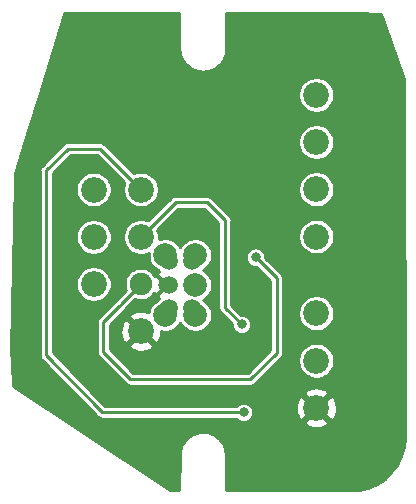
<source format=gbl>
G04 #@! TF.GenerationSoftware,KiCad,Pcbnew,(5.1.5-0-10_14)*
G04 #@! TF.CreationDate,2020-11-03T15:19:22-05:00*
G04 #@! TF.ProjectId,FC_Rear_Port_2P,46435f52-6561-4725-9f50-6f72745f3250,rev?*
G04 #@! TF.SameCoordinates,Original*
G04 #@! TF.FileFunction,Copper,L2,Bot*
G04 #@! TF.FilePolarity,Positive*
%FSLAX46Y46*%
G04 Gerber Fmt 4.6, Leading zero omitted, Abs format (unit mm)*
G04 Created by KiCad (PCBNEW (5.1.5-0-10_14)) date 2020-11-03 15:19:22*
%MOMM*%
%LPD*%
G04 APERTURE LIST*
%ADD10C,1.500000*%
%ADD11C,2.180000*%
%ADD12C,1.900000*%
%ADD13C,2.000000*%
%ADD14C,1.200000*%
%ADD15C,0.800000*%
%ADD16C,0.250000*%
%ADD17C,0.254000*%
G04 APERTURE END LIST*
D10*
X154450000Y-94100000D03*
X154450000Y-96100000D03*
X154450000Y-98100000D03*
X156450000Y-98100000D03*
X156450000Y-96100000D03*
X156450000Y-94100000D03*
D11*
X152100000Y-100040000D03*
D12*
X152100000Y-96040000D03*
D11*
X152100000Y-92040000D03*
X152100000Y-88040000D03*
X148100000Y-88040000D03*
X148100000Y-92040000D03*
X148100000Y-96040000D03*
X166960000Y-80020000D03*
X166960000Y-84020000D03*
X166960000Y-88020000D03*
X166960000Y-92020000D03*
X166960000Y-98520000D03*
X166960000Y-102520000D03*
X166960000Y-106520000D03*
D13*
X154180000Y-93560000D03*
D14*
X154180000Y-96100000D03*
D13*
X154180000Y-98640000D03*
X156720000Y-98640000D03*
X156720000Y-96100000D03*
X156720000Y-93560000D03*
D15*
X162435540Y-82085180D03*
X164853620Y-85986620D03*
X162270440Y-90327480D03*
X165140640Y-93934280D03*
X158589980Y-100436680D03*
X147223480Y-85785960D03*
X150162260Y-94104460D03*
X146476720Y-99979480D03*
X150017480Y-105216960D03*
X142547340Y-95051880D03*
X144246600Y-83370420D03*
X148623020Y-108290360D03*
X172260260Y-82202020D03*
X172552360Y-94109540D03*
X149994620Y-89964260D03*
X156270960Y-90751660D03*
X154665680Y-84942680D03*
X159743140Y-88239600D03*
X161820860Y-93761560D03*
X160642300Y-99461320D03*
X160794700Y-106903520D03*
D16*
X156003493Y-96108001D02*
X155953001Y-96108001D01*
X150381002Y-97758998D02*
X150381002Y-97776998D01*
X150381002Y-97776998D02*
X150224490Y-97933510D01*
X152100000Y-96040000D02*
X150381002Y-97758998D01*
X163601400Y-95542100D02*
X161820860Y-93761560D01*
X148912580Y-101785420D02*
X151223980Y-104096820D01*
X161383980Y-104096820D02*
X163601400Y-101879400D01*
X163601400Y-101879400D02*
X163601400Y-95542100D01*
X151223980Y-104096820D02*
X161383980Y-104096820D01*
X148912580Y-99245420D02*
X148912580Y-101785420D01*
X150224490Y-97933510D02*
X148912580Y-99245420D01*
X156718000Y-99175001D02*
X156191000Y-99175001D01*
X152870746Y-91269254D02*
X152100000Y-92040000D01*
X159222440Y-98041460D02*
X160642300Y-99461320D01*
X157688280Y-89103200D02*
X159222440Y-90637360D01*
X159222440Y-90637360D02*
X159222440Y-98041460D01*
X155036800Y-89103200D02*
X157688280Y-89103200D01*
X152100000Y-92040000D02*
X155036800Y-89103200D01*
X148838920Y-106903520D02*
X148719540Y-106784140D01*
X160708340Y-106903520D02*
X148838920Y-106903520D01*
X148912580Y-106885740D02*
X148719540Y-106784140D01*
X151010001Y-86950001D02*
X152100000Y-88040000D01*
X145928080Y-84566760D02*
X148626760Y-84566760D01*
X144073880Y-86420960D02*
X145928080Y-84566760D01*
X148719540Y-106784140D02*
X144073880Y-102047040D01*
X148626760Y-84566760D02*
X151010001Y-86950001D01*
X144073880Y-102047040D02*
X144073880Y-86420960D01*
D17*
G36*
X155368054Y-76108352D02*
G01*
X155369808Y-76125627D01*
X155369808Y-76137106D01*
X155370322Y-76141994D01*
X155405781Y-76458115D01*
X155412407Y-76489289D01*
X155418610Y-76520617D01*
X155420064Y-76525312D01*
X155516249Y-76828526D01*
X155528797Y-76857801D01*
X155540974Y-76887346D01*
X155543312Y-76891669D01*
X155696559Y-77170425D01*
X155714560Y-77196715D01*
X155732238Y-77223322D01*
X155735371Y-77227109D01*
X155939844Y-77470791D01*
X155962607Y-77493082D01*
X155985118Y-77515751D01*
X155988927Y-77518857D01*
X156236837Y-77718182D01*
X156263511Y-77735637D01*
X156289982Y-77753492D01*
X156294322Y-77755799D01*
X156576227Y-77903175D01*
X156605793Y-77915120D01*
X156635217Y-77927489D01*
X156639923Y-77928909D01*
X156945083Y-78018723D01*
X156976397Y-78024697D01*
X157007674Y-78031117D01*
X157012562Y-78031596D01*
X157012566Y-78031596D01*
X157329361Y-78060426D01*
X157361192Y-78060204D01*
X157393166Y-78060427D01*
X157398057Y-78059947D01*
X157714419Y-78026696D01*
X157745692Y-78020276D01*
X157777007Y-78014303D01*
X157781713Y-78012882D01*
X158085590Y-77918817D01*
X158114990Y-77906459D01*
X158144581Y-77894503D01*
X158148916Y-77892198D01*
X158148920Y-77892196D01*
X158148923Y-77892194D01*
X158428740Y-77740897D01*
X158455144Y-77723088D01*
X158481886Y-77705588D01*
X158485694Y-77702482D01*
X158730798Y-77499714D01*
X158753237Y-77477118D01*
X158776072Y-77454756D01*
X158779205Y-77450968D01*
X158980256Y-77204455D01*
X158997908Y-77177886D01*
X159015935Y-77151558D01*
X159018273Y-77147234D01*
X159167613Y-76866366D01*
X159179763Y-76836888D01*
X159192338Y-76807547D01*
X159193791Y-76802852D01*
X159285734Y-76498325D01*
X159291927Y-76467049D01*
X159298565Y-76435822D01*
X159299078Y-76430934D01*
X159330119Y-76114349D01*
X159330119Y-76114341D01*
X159331797Y-76097313D01*
X159331978Y-73122000D01*
X170757523Y-73122000D01*
X172113839Y-73141516D01*
X172455840Y-73207516D01*
X174408040Y-78690904D01*
X174427834Y-109042973D01*
X174349146Y-109849199D01*
X174132782Y-110615114D01*
X173784205Y-111330609D01*
X173314431Y-111973075D01*
X172738315Y-112522193D01*
X172074065Y-112960609D01*
X171342670Y-113274471D01*
X170564008Y-113454604D01*
X169927676Y-113498023D01*
X159329888Y-113517362D01*
X159311889Y-110520595D01*
X159311823Y-110519968D01*
X159311298Y-110465542D01*
X159309300Y-110447010D01*
X159308969Y-110428377D01*
X159308369Y-110423499D01*
X159267802Y-110111887D01*
X159260620Y-110080822D01*
X159253865Y-110049624D01*
X159252328Y-110044956D01*
X159152009Y-109747158D01*
X159138937Y-109718095D01*
X159126243Y-109688785D01*
X159123829Y-109684504D01*
X158967576Y-109411864D01*
X158949111Y-109385897D01*
X158930964Y-109359609D01*
X158927764Y-109355878D01*
X158721532Y-109118779D01*
X158698347Y-109096867D01*
X158675467Y-109074631D01*
X158671604Y-109071593D01*
X158423247Y-108879067D01*
X158396275Y-108862093D01*
X158369484Y-108844706D01*
X158365104Y-108842476D01*
X158084080Y-108701856D01*
X158054310Y-108690439D01*
X158024667Y-108678593D01*
X158019937Y-108677256D01*
X157716954Y-108593899D01*
X157685539Y-108588483D01*
X157654155Y-108582619D01*
X157649255Y-108582227D01*
X157335851Y-108559307D01*
X157304005Y-108560095D01*
X157272057Y-108560439D01*
X157267174Y-108561006D01*
X156955287Y-108599396D01*
X156924182Y-108606359D01*
X156892927Y-108612898D01*
X156888248Y-108614402D01*
X156589757Y-108712640D01*
X156560604Y-108725508D01*
X156531207Y-108737997D01*
X156526909Y-108740382D01*
X156253183Y-108894727D01*
X156227064Y-108913028D01*
X156200674Y-108930974D01*
X156196921Y-108934148D01*
X155958388Y-109138719D01*
X155936308Y-109161758D01*
X155913919Y-109184475D01*
X155910859Y-109188312D01*
X155910854Y-109188317D01*
X155910851Y-109188322D01*
X155716599Y-109435325D01*
X155699429Y-109462191D01*
X155681864Y-109488846D01*
X155679607Y-109493206D01*
X155679604Y-109493210D01*
X155679604Y-109493211D01*
X155537026Y-109773244D01*
X155525409Y-109802914D01*
X155513348Y-109832493D01*
X155511978Y-109837214D01*
X155426508Y-110139609D01*
X155420876Y-110170965D01*
X155414790Y-110202327D01*
X155414363Y-110207224D01*
X155389635Y-110515719D01*
X155388302Y-110528101D01*
X155361179Y-113518000D01*
X154904943Y-113518000D01*
X154539536Y-113486901D01*
X141303661Y-104709012D01*
X141279285Y-104621958D01*
X141171739Y-102715465D01*
X141142097Y-101589060D01*
X141441798Y-87293304D01*
X141479148Y-86611671D01*
X141537080Y-86420960D01*
X143519210Y-86420960D01*
X143521881Y-86448076D01*
X143521880Y-102017240D01*
X143519237Y-102041635D01*
X143521880Y-102071445D01*
X143521880Y-102074148D01*
X143524282Y-102098532D01*
X143528840Y-102149944D01*
X143529602Y-102152546D01*
X143529868Y-102155250D01*
X143544880Y-102204736D01*
X143559388Y-102254298D01*
X143560644Y-102256703D01*
X143561432Y-102259302D01*
X143585811Y-102304912D01*
X143609708Y-102350688D01*
X143611408Y-102352801D01*
X143612689Y-102355198D01*
X143645524Y-102395207D01*
X143660791Y-102414185D01*
X143662673Y-102416104D01*
X143681669Y-102439251D01*
X143700648Y-102454827D01*
X148290520Y-107135043D01*
X148293034Y-107138753D01*
X148328458Y-107173727D01*
X148344412Y-107189995D01*
X148346492Y-107191736D01*
X148429423Y-107274668D01*
X148446709Y-107295731D01*
X148530762Y-107364711D01*
X148626657Y-107415968D01*
X148699534Y-107438075D01*
X148730709Y-107447532D01*
X148838920Y-107458190D01*
X148866028Y-107455520D01*
X160177147Y-107455520D01*
X160267519Y-107545892D01*
X160402969Y-107636397D01*
X160553473Y-107698738D01*
X160713248Y-107730520D01*
X160876152Y-107730520D01*
X160931134Y-107719583D01*
X165940022Y-107719583D01*
X166046648Y-107993187D01*
X166351602Y-108143066D01*
X166679938Y-108230572D01*
X167019035Y-108252341D01*
X167355864Y-108207537D01*
X167677479Y-108097883D01*
X167873352Y-107993187D01*
X167979978Y-107719583D01*
X166960000Y-106699605D01*
X165940022Y-107719583D01*
X160931134Y-107719583D01*
X161035927Y-107698738D01*
X161186431Y-107636397D01*
X161321881Y-107545892D01*
X161437072Y-107430701D01*
X161527577Y-107295251D01*
X161589918Y-107144747D01*
X161621700Y-106984972D01*
X161621700Y-106822068D01*
X161589918Y-106662293D01*
X161555432Y-106579035D01*
X165227659Y-106579035D01*
X165272463Y-106915864D01*
X165382117Y-107237479D01*
X165486813Y-107433352D01*
X165760417Y-107539978D01*
X166780395Y-106520000D01*
X167139605Y-106520000D01*
X168159583Y-107539978D01*
X168433187Y-107433352D01*
X168583066Y-107128398D01*
X168670572Y-106800062D01*
X168692341Y-106460965D01*
X168647537Y-106124136D01*
X168537883Y-105802521D01*
X168433187Y-105606648D01*
X168159583Y-105500022D01*
X167139605Y-106520000D01*
X166780395Y-106520000D01*
X165760417Y-105500022D01*
X165486813Y-105606648D01*
X165336934Y-105911602D01*
X165249428Y-106239938D01*
X165227659Y-106579035D01*
X161555432Y-106579035D01*
X161527577Y-106511789D01*
X161437072Y-106376339D01*
X161321881Y-106261148D01*
X161186431Y-106170643D01*
X161035927Y-106108302D01*
X160876152Y-106076520D01*
X160713248Y-106076520D01*
X160553473Y-106108302D01*
X160402969Y-106170643D01*
X160267519Y-106261148D01*
X160177147Y-106351520D01*
X149082755Y-106351520D01*
X149053128Y-106335927D01*
X148057220Y-105320417D01*
X165940022Y-105320417D01*
X166960000Y-106340395D01*
X167979978Y-105320417D01*
X167873352Y-105046813D01*
X167568398Y-104896934D01*
X167240062Y-104809428D01*
X166900965Y-104787659D01*
X166564136Y-104832463D01*
X166242521Y-104942117D01*
X166046648Y-105046813D01*
X165940022Y-105320417D01*
X148057220Y-105320417D01*
X144625880Y-101821540D01*
X144625880Y-99245420D01*
X148357910Y-99245420D01*
X148360580Y-99272526D01*
X148360581Y-101758304D01*
X148357910Y-101785420D01*
X148362281Y-101829794D01*
X148368569Y-101893631D01*
X148376430Y-101919544D01*
X148400132Y-101997682D01*
X148451389Y-102093577D01*
X148451390Y-102093578D01*
X148520370Y-102177631D01*
X148541432Y-102194916D01*
X150814488Y-104467974D01*
X150831769Y-104489031D01*
X150852825Y-104506311D01*
X150915821Y-104558011D01*
X150963198Y-104583334D01*
X151011717Y-104609268D01*
X151115769Y-104640832D01*
X151196871Y-104648820D01*
X151196881Y-104648820D01*
X151223979Y-104651489D01*
X151251077Y-104648820D01*
X161356874Y-104648820D01*
X161383980Y-104651490D01*
X161411086Y-104648820D01*
X161411089Y-104648820D01*
X161492191Y-104640832D01*
X161596243Y-104609268D01*
X161692138Y-104558011D01*
X161776191Y-104489031D01*
X161793480Y-104467964D01*
X163890856Y-102370589D01*
X165443000Y-102370589D01*
X165443000Y-102669411D01*
X165501298Y-102962493D01*
X165615652Y-103238569D01*
X165781669Y-103487031D01*
X165992969Y-103698331D01*
X166241431Y-103864348D01*
X166517507Y-103978702D01*
X166810589Y-104037000D01*
X167109411Y-104037000D01*
X167402493Y-103978702D01*
X167678569Y-103864348D01*
X167927031Y-103698331D01*
X168138331Y-103487031D01*
X168304348Y-103238569D01*
X168418702Y-102962493D01*
X168477000Y-102669411D01*
X168477000Y-102370589D01*
X168418702Y-102077507D01*
X168304348Y-101801431D01*
X168138331Y-101552969D01*
X167927031Y-101341669D01*
X167678569Y-101175652D01*
X167402493Y-101061298D01*
X167109411Y-101003000D01*
X166810589Y-101003000D01*
X166517507Y-101061298D01*
X166241431Y-101175652D01*
X165992969Y-101341669D01*
X165781669Y-101552969D01*
X165615652Y-101801431D01*
X165501298Y-102077507D01*
X165443000Y-102370589D01*
X163890856Y-102370589D01*
X163972554Y-102288892D01*
X163993611Y-102271611D01*
X164062591Y-102187558D01*
X164113848Y-102091663D01*
X164145412Y-101987611D01*
X164153400Y-101906509D01*
X164153400Y-101906499D01*
X164156069Y-101879401D01*
X164153400Y-101852303D01*
X164153400Y-98370589D01*
X165443000Y-98370589D01*
X165443000Y-98669411D01*
X165501298Y-98962493D01*
X165615652Y-99238569D01*
X165781669Y-99487031D01*
X165992969Y-99698331D01*
X166241431Y-99864348D01*
X166517507Y-99978702D01*
X166810589Y-100037000D01*
X167109411Y-100037000D01*
X167402493Y-99978702D01*
X167678569Y-99864348D01*
X167927031Y-99698331D01*
X168138331Y-99487031D01*
X168304348Y-99238569D01*
X168418702Y-98962493D01*
X168477000Y-98669411D01*
X168477000Y-98370589D01*
X168418702Y-98077507D01*
X168304348Y-97801431D01*
X168138331Y-97552969D01*
X167927031Y-97341669D01*
X167678569Y-97175652D01*
X167402493Y-97061298D01*
X167109411Y-97003000D01*
X166810589Y-97003000D01*
X166517507Y-97061298D01*
X166241431Y-97175652D01*
X165992969Y-97341669D01*
X165781669Y-97552969D01*
X165615652Y-97801431D01*
X165501298Y-98077507D01*
X165443000Y-98370589D01*
X164153400Y-98370589D01*
X164153400Y-95569208D01*
X164156070Y-95542100D01*
X164152039Y-95501168D01*
X164145412Y-95433889D01*
X164113848Y-95329837D01*
X164062591Y-95233942D01*
X163993611Y-95149889D01*
X163972554Y-95132608D01*
X162647860Y-93807915D01*
X162647860Y-93680108D01*
X162616078Y-93520333D01*
X162553737Y-93369829D01*
X162463232Y-93234379D01*
X162348041Y-93119188D01*
X162212591Y-93028683D01*
X162062087Y-92966342D01*
X161902312Y-92934560D01*
X161739408Y-92934560D01*
X161579633Y-92966342D01*
X161429129Y-93028683D01*
X161293679Y-93119188D01*
X161178488Y-93234379D01*
X161087983Y-93369829D01*
X161025642Y-93520333D01*
X160993860Y-93680108D01*
X160993860Y-93843012D01*
X161025642Y-94002787D01*
X161087983Y-94153291D01*
X161178488Y-94288741D01*
X161293679Y-94403932D01*
X161429129Y-94494437D01*
X161579633Y-94556778D01*
X161739408Y-94588560D01*
X161867215Y-94588560D01*
X163049401Y-95770747D01*
X163049400Y-101650754D01*
X161155336Y-103544820D01*
X151452626Y-103544820D01*
X149464580Y-101556776D01*
X149464580Y-101239583D01*
X151080022Y-101239583D01*
X151186648Y-101513187D01*
X151491602Y-101663066D01*
X151819938Y-101750572D01*
X152159035Y-101772341D01*
X152495864Y-101727537D01*
X152817479Y-101617883D01*
X153013352Y-101513187D01*
X153119978Y-101239583D01*
X152100000Y-100219605D01*
X151080022Y-101239583D01*
X149464580Y-101239583D01*
X149464580Y-100099035D01*
X150367659Y-100099035D01*
X150412463Y-100435864D01*
X150522117Y-100757479D01*
X150626813Y-100953352D01*
X150900417Y-101059978D01*
X151920395Y-100040000D01*
X150900417Y-99020022D01*
X150626813Y-99126648D01*
X150476934Y-99431602D01*
X150389428Y-99759938D01*
X150367659Y-100099035D01*
X149464580Y-100099035D01*
X149464580Y-99474064D01*
X150633981Y-98304664D01*
X150752150Y-98186495D01*
X150773213Y-98169209D01*
X150842193Y-98085156D01*
X150849892Y-98070752D01*
X151598089Y-97322556D01*
X151698344Y-97364083D01*
X151964377Y-97417000D01*
X152235623Y-97417000D01*
X152501656Y-97364083D01*
X152752254Y-97260282D01*
X152977787Y-97109586D01*
X153169586Y-96917787D01*
X153248017Y-96800407D01*
X153254140Y-96811863D01*
X153493007Y-96877388D01*
X154270395Y-96100000D01*
X153493007Y-95322612D01*
X153310257Y-95372743D01*
X153169586Y-95162213D01*
X152977787Y-94970414D01*
X152752254Y-94819718D01*
X152501656Y-94715917D01*
X152235623Y-94663000D01*
X151964377Y-94663000D01*
X151698344Y-94715917D01*
X151447746Y-94819718D01*
X151222213Y-94970414D01*
X151030414Y-95162213D01*
X150879718Y-95387746D01*
X150775917Y-95638344D01*
X150723000Y-95904377D01*
X150723000Y-96175623D01*
X150775917Y-96441656D01*
X150817444Y-96541911D01*
X150009858Y-97349498D01*
X149988791Y-97366787D01*
X149919811Y-97450840D01*
X149912113Y-97465243D01*
X149853340Y-97524015D01*
X149853336Y-97524019D01*
X148541436Y-98835920D01*
X148520369Y-98853209D01*
X148451389Y-98937262D01*
X148400132Y-99033158D01*
X148368568Y-99137210D01*
X148364846Y-99175001D01*
X148357910Y-99245420D01*
X144625880Y-99245420D01*
X144625880Y-95890589D01*
X146583000Y-95890589D01*
X146583000Y-96189411D01*
X146641298Y-96482493D01*
X146755652Y-96758569D01*
X146921669Y-97007031D01*
X147132969Y-97218331D01*
X147381431Y-97384348D01*
X147657507Y-97498702D01*
X147950589Y-97557000D01*
X148249411Y-97557000D01*
X148542493Y-97498702D01*
X148818569Y-97384348D01*
X149067031Y-97218331D01*
X149278331Y-97007031D01*
X149444348Y-96758569D01*
X149558702Y-96482493D01*
X149617000Y-96189411D01*
X149617000Y-95890589D01*
X149558702Y-95597507D01*
X149444348Y-95321431D01*
X149278331Y-95072969D01*
X149067031Y-94861669D01*
X148818569Y-94695652D01*
X148542493Y-94581298D01*
X148249411Y-94523000D01*
X147950589Y-94523000D01*
X147657507Y-94581298D01*
X147381431Y-94695652D01*
X147132969Y-94861669D01*
X146921669Y-95072969D01*
X146755652Y-95321431D01*
X146641298Y-95597507D01*
X146583000Y-95890589D01*
X144625880Y-95890589D01*
X144625880Y-91890589D01*
X146583000Y-91890589D01*
X146583000Y-92189411D01*
X146641298Y-92482493D01*
X146755652Y-92758569D01*
X146921669Y-93007031D01*
X147132969Y-93218331D01*
X147381431Y-93384348D01*
X147657507Y-93498702D01*
X147950589Y-93557000D01*
X148249411Y-93557000D01*
X148542493Y-93498702D01*
X148818569Y-93384348D01*
X149067031Y-93218331D01*
X149278331Y-93007031D01*
X149444348Y-92758569D01*
X149558702Y-92482493D01*
X149617000Y-92189411D01*
X149617000Y-91890589D01*
X150583000Y-91890589D01*
X150583000Y-92189411D01*
X150641298Y-92482493D01*
X150755652Y-92758569D01*
X150921669Y-93007031D01*
X151132969Y-93218331D01*
X151381431Y-93384348D01*
X151657507Y-93498702D01*
X151950589Y-93557000D01*
X152249411Y-93557000D01*
X152542493Y-93498702D01*
X152754722Y-93410794D01*
X152753000Y-93419453D01*
X152753000Y-93700547D01*
X152807838Y-93976241D01*
X152915409Y-94235938D01*
X153071576Y-94469660D01*
X153270340Y-94668424D01*
X153504062Y-94824591D01*
X153524149Y-94832912D01*
X153535764Y-94850294D01*
X153661013Y-94975543D01*
X153633582Y-94985798D01*
X153557148Y-95026652D01*
X153509841Y-95250236D01*
X154180000Y-95920395D01*
X154194143Y-95906253D01*
X154373748Y-96085858D01*
X154359605Y-96100000D01*
X154373748Y-96114143D01*
X154194143Y-96293748D01*
X154180000Y-96279605D01*
X153509841Y-96949764D01*
X153557148Y-97173348D01*
X153663604Y-97221866D01*
X153535764Y-97349706D01*
X153524149Y-97367088D01*
X153504062Y-97375409D01*
X153270340Y-97531576D01*
X153071576Y-97730340D01*
X152915409Y-97964062D01*
X152807838Y-98223759D01*
X152763980Y-98444252D01*
X152708398Y-98416934D01*
X152380062Y-98329428D01*
X152040965Y-98307659D01*
X151704136Y-98352463D01*
X151382521Y-98462117D01*
X151186648Y-98566813D01*
X151080022Y-98840417D01*
X152100000Y-99860395D01*
X152114143Y-99846253D01*
X152293748Y-100025858D01*
X152279605Y-100040000D01*
X153299583Y-101059978D01*
X153573187Y-100953352D01*
X153723066Y-100648398D01*
X153810572Y-100320062D01*
X153829499Y-100025238D01*
X154039453Y-100067000D01*
X154320547Y-100067000D01*
X154596241Y-100012162D01*
X154855938Y-99904591D01*
X155089660Y-99748424D01*
X155288424Y-99549660D01*
X155444591Y-99315938D01*
X155450000Y-99302880D01*
X155455409Y-99315938D01*
X155611576Y-99549660D01*
X155810340Y-99748424D01*
X156044062Y-99904591D01*
X156303759Y-100012162D01*
X156579453Y-100067000D01*
X156860547Y-100067000D01*
X157136241Y-100012162D01*
X157395938Y-99904591D01*
X157629660Y-99748424D01*
X157828424Y-99549660D01*
X157984591Y-99315938D01*
X158092162Y-99056241D01*
X158147000Y-98780547D01*
X158147000Y-98499453D01*
X158092162Y-98223759D01*
X157984591Y-97964062D01*
X157828424Y-97730340D01*
X157629660Y-97531576D01*
X157395938Y-97375409D01*
X157382880Y-97370000D01*
X157395938Y-97364591D01*
X157629660Y-97208424D01*
X157828424Y-97009660D01*
X157984591Y-96775938D01*
X158092162Y-96516241D01*
X158147000Y-96240547D01*
X158147000Y-95959453D01*
X158092162Y-95683759D01*
X157984591Y-95424062D01*
X157828424Y-95190340D01*
X157629660Y-94991576D01*
X157395938Y-94835409D01*
X157382880Y-94830000D01*
X157395938Y-94824591D01*
X157629660Y-94668424D01*
X157828424Y-94469660D01*
X157984591Y-94235938D01*
X158092162Y-93976241D01*
X158147000Y-93700547D01*
X158147000Y-93419453D01*
X158092162Y-93143759D01*
X157984591Y-92884062D01*
X157828424Y-92650340D01*
X157629660Y-92451576D01*
X157395938Y-92295409D01*
X157136241Y-92187838D01*
X156860547Y-92133000D01*
X156579453Y-92133000D01*
X156303759Y-92187838D01*
X156044062Y-92295409D01*
X155810340Y-92451576D01*
X155611576Y-92650340D01*
X155455409Y-92884062D01*
X155450000Y-92897120D01*
X155444591Y-92884062D01*
X155288424Y-92650340D01*
X155089660Y-92451576D01*
X154855938Y-92295409D01*
X154596241Y-92187838D01*
X154320547Y-92133000D01*
X154039453Y-92133000D01*
X153763759Y-92187838D01*
X153604163Y-92253945D01*
X153617000Y-92189411D01*
X153617000Y-91890589D01*
X153558702Y-91597507D01*
X153489707Y-91430938D01*
X155265446Y-89655200D01*
X157459636Y-89655200D01*
X158670440Y-90866005D01*
X158670441Y-98014344D01*
X158667770Y-98041460D01*
X158677424Y-98139469D01*
X158678429Y-98149671D01*
X158684356Y-98169209D01*
X158709992Y-98253722D01*
X158757713Y-98343001D01*
X158761250Y-98349618D01*
X158830230Y-98433671D01*
X158851292Y-98450956D01*
X159815300Y-99414965D01*
X159815300Y-99542772D01*
X159847082Y-99702547D01*
X159909423Y-99853051D01*
X159999928Y-99988501D01*
X160115119Y-100103692D01*
X160250569Y-100194197D01*
X160401073Y-100256538D01*
X160560848Y-100288320D01*
X160723752Y-100288320D01*
X160883527Y-100256538D01*
X161034031Y-100194197D01*
X161169481Y-100103692D01*
X161284672Y-99988501D01*
X161375177Y-99853051D01*
X161437518Y-99702547D01*
X161469300Y-99542772D01*
X161469300Y-99379868D01*
X161437518Y-99220093D01*
X161375177Y-99069589D01*
X161284672Y-98934139D01*
X161169481Y-98818948D01*
X161034031Y-98728443D01*
X160883527Y-98666102D01*
X160723752Y-98634320D01*
X160595945Y-98634320D01*
X159774440Y-97812816D01*
X159774440Y-91870589D01*
X165443000Y-91870589D01*
X165443000Y-92169411D01*
X165501298Y-92462493D01*
X165615652Y-92738569D01*
X165781669Y-92987031D01*
X165992969Y-93198331D01*
X166241431Y-93364348D01*
X166517507Y-93478702D01*
X166810589Y-93537000D01*
X167109411Y-93537000D01*
X167402493Y-93478702D01*
X167678569Y-93364348D01*
X167927031Y-93198331D01*
X168138331Y-92987031D01*
X168304348Y-92738569D01*
X168418702Y-92462493D01*
X168477000Y-92169411D01*
X168477000Y-91870589D01*
X168418702Y-91577507D01*
X168304348Y-91301431D01*
X168138331Y-91052969D01*
X167927031Y-90841669D01*
X167678569Y-90675652D01*
X167402493Y-90561298D01*
X167109411Y-90503000D01*
X166810589Y-90503000D01*
X166517507Y-90561298D01*
X166241431Y-90675652D01*
X165992969Y-90841669D01*
X165781669Y-91052969D01*
X165615652Y-91301431D01*
X165501298Y-91577507D01*
X165443000Y-91870589D01*
X159774440Y-91870589D01*
X159774440Y-90664466D01*
X159777110Y-90637360D01*
X159769618Y-90561298D01*
X159766452Y-90529149D01*
X159734888Y-90425097D01*
X159683631Y-90329202D01*
X159614651Y-90245149D01*
X159593589Y-90227864D01*
X158097781Y-88732056D01*
X158080491Y-88710989D01*
X157996438Y-88642009D01*
X157900543Y-88590752D01*
X157796491Y-88559188D01*
X157715389Y-88551200D01*
X157715386Y-88551200D01*
X157688280Y-88548530D01*
X157661174Y-88551200D01*
X155063897Y-88551200D01*
X155036799Y-88548531D01*
X155009701Y-88551200D01*
X155009691Y-88551200D01*
X154928589Y-88559188D01*
X154824537Y-88590752D01*
X154779898Y-88614612D01*
X154728641Y-88642009D01*
X154671479Y-88688921D01*
X154644589Y-88710989D01*
X154627308Y-88732046D01*
X152709062Y-90650293D01*
X152542493Y-90581298D01*
X152249411Y-90523000D01*
X151950589Y-90523000D01*
X151657507Y-90581298D01*
X151381431Y-90695652D01*
X151132969Y-90861669D01*
X150921669Y-91072969D01*
X150755652Y-91321431D01*
X150641298Y-91597507D01*
X150583000Y-91890589D01*
X149617000Y-91890589D01*
X149558702Y-91597507D01*
X149444348Y-91321431D01*
X149278331Y-91072969D01*
X149067031Y-90861669D01*
X148818569Y-90695652D01*
X148542493Y-90581298D01*
X148249411Y-90523000D01*
X147950589Y-90523000D01*
X147657507Y-90581298D01*
X147381431Y-90695652D01*
X147132969Y-90861669D01*
X146921669Y-91072969D01*
X146755652Y-91321431D01*
X146641298Y-91597507D01*
X146583000Y-91890589D01*
X144625880Y-91890589D01*
X144625880Y-87890589D01*
X146583000Y-87890589D01*
X146583000Y-88189411D01*
X146641298Y-88482493D01*
X146755652Y-88758569D01*
X146921669Y-89007031D01*
X147132969Y-89218331D01*
X147381431Y-89384348D01*
X147657507Y-89498702D01*
X147950589Y-89557000D01*
X148249411Y-89557000D01*
X148542493Y-89498702D01*
X148818569Y-89384348D01*
X149067031Y-89218331D01*
X149278331Y-89007031D01*
X149444348Y-88758569D01*
X149558702Y-88482493D01*
X149617000Y-88189411D01*
X149617000Y-87890589D01*
X149558702Y-87597507D01*
X149444348Y-87321431D01*
X149278331Y-87072969D01*
X149067031Y-86861669D01*
X148818569Y-86695652D01*
X148542493Y-86581298D01*
X148249411Y-86523000D01*
X147950589Y-86523000D01*
X147657507Y-86581298D01*
X147381431Y-86695652D01*
X147132969Y-86861669D01*
X146921669Y-87072969D01*
X146755652Y-87321431D01*
X146641298Y-87597507D01*
X146583000Y-87890589D01*
X144625880Y-87890589D01*
X144625880Y-86649604D01*
X146156726Y-85118760D01*
X148398116Y-85118760D01*
X150638847Y-87359493D01*
X150638858Y-87359502D01*
X150710293Y-87430937D01*
X150641298Y-87597507D01*
X150583000Y-87890589D01*
X150583000Y-88189411D01*
X150641298Y-88482493D01*
X150755652Y-88758569D01*
X150921669Y-89007031D01*
X151132969Y-89218331D01*
X151381431Y-89384348D01*
X151657507Y-89498702D01*
X151950589Y-89557000D01*
X152249411Y-89557000D01*
X152542493Y-89498702D01*
X152818569Y-89384348D01*
X153067031Y-89218331D01*
X153278331Y-89007031D01*
X153444348Y-88758569D01*
X153558702Y-88482493D01*
X153617000Y-88189411D01*
X153617000Y-87890589D01*
X153613022Y-87870589D01*
X165443000Y-87870589D01*
X165443000Y-88169411D01*
X165501298Y-88462493D01*
X165615652Y-88738569D01*
X165781669Y-88987031D01*
X165992969Y-89198331D01*
X166241431Y-89364348D01*
X166517507Y-89478702D01*
X166810589Y-89537000D01*
X167109411Y-89537000D01*
X167402493Y-89478702D01*
X167678569Y-89364348D01*
X167927031Y-89198331D01*
X168138331Y-88987031D01*
X168304348Y-88738569D01*
X168418702Y-88462493D01*
X168477000Y-88169411D01*
X168477000Y-87870589D01*
X168418702Y-87577507D01*
X168304348Y-87301431D01*
X168138331Y-87052969D01*
X167927031Y-86841669D01*
X167678569Y-86675652D01*
X167402493Y-86561298D01*
X167109411Y-86503000D01*
X166810589Y-86503000D01*
X166517507Y-86561298D01*
X166241431Y-86675652D01*
X165992969Y-86841669D01*
X165781669Y-87052969D01*
X165615652Y-87301431D01*
X165501298Y-87577507D01*
X165443000Y-87870589D01*
X153613022Y-87870589D01*
X153558702Y-87597507D01*
X153444348Y-87321431D01*
X153278331Y-87072969D01*
X153067031Y-86861669D01*
X152818569Y-86695652D01*
X152542493Y-86581298D01*
X152249411Y-86523000D01*
X151950589Y-86523000D01*
X151657507Y-86581298D01*
X151490937Y-86650293D01*
X151419502Y-86578858D01*
X151419493Y-86578847D01*
X149036260Y-84195616D01*
X149018971Y-84174549D01*
X148934918Y-84105569D01*
X148839023Y-84054312D01*
X148734971Y-84022748D01*
X148653869Y-84014760D01*
X148653866Y-84014760D01*
X148626760Y-84012090D01*
X148599654Y-84014760D01*
X145955188Y-84014760D01*
X145928080Y-84012090D01*
X145900971Y-84014760D01*
X145819869Y-84022748D01*
X145715817Y-84054312D01*
X145619922Y-84105569D01*
X145535869Y-84174549D01*
X145518588Y-84195606D01*
X143702732Y-86011464D01*
X143681670Y-86028749D01*
X143622940Y-86100312D01*
X143612689Y-86112803D01*
X143561432Y-86208698D01*
X143550239Y-86245597D01*
X143529869Y-86312749D01*
X143528864Y-86322951D01*
X143519210Y-86420960D01*
X141537080Y-86420960D01*
X142311804Y-83870589D01*
X165443000Y-83870589D01*
X165443000Y-84169411D01*
X165501298Y-84462493D01*
X165615652Y-84738569D01*
X165781669Y-84987031D01*
X165992969Y-85198331D01*
X166241431Y-85364348D01*
X166517507Y-85478702D01*
X166810589Y-85537000D01*
X167109411Y-85537000D01*
X167402493Y-85478702D01*
X167678569Y-85364348D01*
X167927031Y-85198331D01*
X168138331Y-84987031D01*
X168304348Y-84738569D01*
X168418702Y-84462493D01*
X168477000Y-84169411D01*
X168477000Y-83870589D01*
X168418702Y-83577507D01*
X168304348Y-83301431D01*
X168138331Y-83052969D01*
X167927031Y-82841669D01*
X167678569Y-82675652D01*
X167402493Y-82561298D01*
X167109411Y-82503000D01*
X166810589Y-82503000D01*
X166517507Y-82561298D01*
X166241431Y-82675652D01*
X165992969Y-82841669D01*
X165781669Y-83052969D01*
X165615652Y-83301431D01*
X165501298Y-83577507D01*
X165443000Y-83870589D01*
X142311804Y-83870589D01*
X143526882Y-79870589D01*
X165443000Y-79870589D01*
X165443000Y-80169411D01*
X165501298Y-80462493D01*
X165615652Y-80738569D01*
X165781669Y-80987031D01*
X165992969Y-81198331D01*
X166241431Y-81364348D01*
X166517507Y-81478702D01*
X166810589Y-81537000D01*
X167109411Y-81537000D01*
X167402493Y-81478702D01*
X167678569Y-81364348D01*
X167927031Y-81198331D01*
X168138331Y-80987031D01*
X168304348Y-80738569D01*
X168418702Y-80462493D01*
X168477000Y-80169411D01*
X168477000Y-79870589D01*
X168418702Y-79577507D01*
X168304348Y-79301431D01*
X168138331Y-79052969D01*
X167927031Y-78841669D01*
X167678569Y-78675652D01*
X167402493Y-78561298D01*
X167109411Y-78503000D01*
X166810589Y-78503000D01*
X166517507Y-78561298D01*
X166241431Y-78675652D01*
X165992969Y-78841669D01*
X165781669Y-79052969D01*
X165615652Y-79301431D01*
X165501298Y-79577507D01*
X165443000Y-79870589D01*
X143526882Y-79870589D01*
X145559814Y-73178239D01*
X145600306Y-73122000D01*
X155359059Y-73122000D01*
X155368054Y-76108352D01*
G37*
X155368054Y-76108352D02*
X155369808Y-76125627D01*
X155369808Y-76137106D01*
X155370322Y-76141994D01*
X155405781Y-76458115D01*
X155412407Y-76489289D01*
X155418610Y-76520617D01*
X155420064Y-76525312D01*
X155516249Y-76828526D01*
X155528797Y-76857801D01*
X155540974Y-76887346D01*
X155543312Y-76891669D01*
X155696559Y-77170425D01*
X155714560Y-77196715D01*
X155732238Y-77223322D01*
X155735371Y-77227109D01*
X155939844Y-77470791D01*
X155962607Y-77493082D01*
X155985118Y-77515751D01*
X155988927Y-77518857D01*
X156236837Y-77718182D01*
X156263511Y-77735637D01*
X156289982Y-77753492D01*
X156294322Y-77755799D01*
X156576227Y-77903175D01*
X156605793Y-77915120D01*
X156635217Y-77927489D01*
X156639923Y-77928909D01*
X156945083Y-78018723D01*
X156976397Y-78024697D01*
X157007674Y-78031117D01*
X157012562Y-78031596D01*
X157012566Y-78031596D01*
X157329361Y-78060426D01*
X157361192Y-78060204D01*
X157393166Y-78060427D01*
X157398057Y-78059947D01*
X157714419Y-78026696D01*
X157745692Y-78020276D01*
X157777007Y-78014303D01*
X157781713Y-78012882D01*
X158085590Y-77918817D01*
X158114990Y-77906459D01*
X158144581Y-77894503D01*
X158148916Y-77892198D01*
X158148920Y-77892196D01*
X158148923Y-77892194D01*
X158428740Y-77740897D01*
X158455144Y-77723088D01*
X158481886Y-77705588D01*
X158485694Y-77702482D01*
X158730798Y-77499714D01*
X158753237Y-77477118D01*
X158776072Y-77454756D01*
X158779205Y-77450968D01*
X158980256Y-77204455D01*
X158997908Y-77177886D01*
X159015935Y-77151558D01*
X159018273Y-77147234D01*
X159167613Y-76866366D01*
X159179763Y-76836888D01*
X159192338Y-76807547D01*
X159193791Y-76802852D01*
X159285734Y-76498325D01*
X159291927Y-76467049D01*
X159298565Y-76435822D01*
X159299078Y-76430934D01*
X159330119Y-76114349D01*
X159330119Y-76114341D01*
X159331797Y-76097313D01*
X159331978Y-73122000D01*
X170757523Y-73122000D01*
X172113839Y-73141516D01*
X172455840Y-73207516D01*
X174408040Y-78690904D01*
X174427834Y-109042973D01*
X174349146Y-109849199D01*
X174132782Y-110615114D01*
X173784205Y-111330609D01*
X173314431Y-111973075D01*
X172738315Y-112522193D01*
X172074065Y-112960609D01*
X171342670Y-113274471D01*
X170564008Y-113454604D01*
X169927676Y-113498023D01*
X159329888Y-113517362D01*
X159311889Y-110520595D01*
X159311823Y-110519968D01*
X159311298Y-110465542D01*
X159309300Y-110447010D01*
X159308969Y-110428377D01*
X159308369Y-110423499D01*
X159267802Y-110111887D01*
X159260620Y-110080822D01*
X159253865Y-110049624D01*
X159252328Y-110044956D01*
X159152009Y-109747158D01*
X159138937Y-109718095D01*
X159126243Y-109688785D01*
X159123829Y-109684504D01*
X158967576Y-109411864D01*
X158949111Y-109385897D01*
X158930964Y-109359609D01*
X158927764Y-109355878D01*
X158721532Y-109118779D01*
X158698347Y-109096867D01*
X158675467Y-109074631D01*
X158671604Y-109071593D01*
X158423247Y-108879067D01*
X158396275Y-108862093D01*
X158369484Y-108844706D01*
X158365104Y-108842476D01*
X158084080Y-108701856D01*
X158054310Y-108690439D01*
X158024667Y-108678593D01*
X158019937Y-108677256D01*
X157716954Y-108593899D01*
X157685539Y-108588483D01*
X157654155Y-108582619D01*
X157649255Y-108582227D01*
X157335851Y-108559307D01*
X157304005Y-108560095D01*
X157272057Y-108560439D01*
X157267174Y-108561006D01*
X156955287Y-108599396D01*
X156924182Y-108606359D01*
X156892927Y-108612898D01*
X156888248Y-108614402D01*
X156589757Y-108712640D01*
X156560604Y-108725508D01*
X156531207Y-108737997D01*
X156526909Y-108740382D01*
X156253183Y-108894727D01*
X156227064Y-108913028D01*
X156200674Y-108930974D01*
X156196921Y-108934148D01*
X155958388Y-109138719D01*
X155936308Y-109161758D01*
X155913919Y-109184475D01*
X155910859Y-109188312D01*
X155910854Y-109188317D01*
X155910851Y-109188322D01*
X155716599Y-109435325D01*
X155699429Y-109462191D01*
X155681864Y-109488846D01*
X155679607Y-109493206D01*
X155679604Y-109493210D01*
X155679604Y-109493211D01*
X155537026Y-109773244D01*
X155525409Y-109802914D01*
X155513348Y-109832493D01*
X155511978Y-109837214D01*
X155426508Y-110139609D01*
X155420876Y-110170965D01*
X155414790Y-110202327D01*
X155414363Y-110207224D01*
X155389635Y-110515719D01*
X155388302Y-110528101D01*
X155361179Y-113518000D01*
X154904943Y-113518000D01*
X154539536Y-113486901D01*
X141303661Y-104709012D01*
X141279285Y-104621958D01*
X141171739Y-102715465D01*
X141142097Y-101589060D01*
X141441798Y-87293304D01*
X141479148Y-86611671D01*
X141537080Y-86420960D01*
X143519210Y-86420960D01*
X143521881Y-86448076D01*
X143521880Y-102017240D01*
X143519237Y-102041635D01*
X143521880Y-102071445D01*
X143521880Y-102074148D01*
X143524282Y-102098532D01*
X143528840Y-102149944D01*
X143529602Y-102152546D01*
X143529868Y-102155250D01*
X143544880Y-102204736D01*
X143559388Y-102254298D01*
X143560644Y-102256703D01*
X143561432Y-102259302D01*
X143585811Y-102304912D01*
X143609708Y-102350688D01*
X143611408Y-102352801D01*
X143612689Y-102355198D01*
X143645524Y-102395207D01*
X143660791Y-102414185D01*
X143662673Y-102416104D01*
X143681669Y-102439251D01*
X143700648Y-102454827D01*
X148290520Y-107135043D01*
X148293034Y-107138753D01*
X148328458Y-107173727D01*
X148344412Y-107189995D01*
X148346492Y-107191736D01*
X148429423Y-107274668D01*
X148446709Y-107295731D01*
X148530762Y-107364711D01*
X148626657Y-107415968D01*
X148699534Y-107438075D01*
X148730709Y-107447532D01*
X148838920Y-107458190D01*
X148866028Y-107455520D01*
X160177147Y-107455520D01*
X160267519Y-107545892D01*
X160402969Y-107636397D01*
X160553473Y-107698738D01*
X160713248Y-107730520D01*
X160876152Y-107730520D01*
X160931134Y-107719583D01*
X165940022Y-107719583D01*
X166046648Y-107993187D01*
X166351602Y-108143066D01*
X166679938Y-108230572D01*
X167019035Y-108252341D01*
X167355864Y-108207537D01*
X167677479Y-108097883D01*
X167873352Y-107993187D01*
X167979978Y-107719583D01*
X166960000Y-106699605D01*
X165940022Y-107719583D01*
X160931134Y-107719583D01*
X161035927Y-107698738D01*
X161186431Y-107636397D01*
X161321881Y-107545892D01*
X161437072Y-107430701D01*
X161527577Y-107295251D01*
X161589918Y-107144747D01*
X161621700Y-106984972D01*
X161621700Y-106822068D01*
X161589918Y-106662293D01*
X161555432Y-106579035D01*
X165227659Y-106579035D01*
X165272463Y-106915864D01*
X165382117Y-107237479D01*
X165486813Y-107433352D01*
X165760417Y-107539978D01*
X166780395Y-106520000D01*
X167139605Y-106520000D01*
X168159583Y-107539978D01*
X168433187Y-107433352D01*
X168583066Y-107128398D01*
X168670572Y-106800062D01*
X168692341Y-106460965D01*
X168647537Y-106124136D01*
X168537883Y-105802521D01*
X168433187Y-105606648D01*
X168159583Y-105500022D01*
X167139605Y-106520000D01*
X166780395Y-106520000D01*
X165760417Y-105500022D01*
X165486813Y-105606648D01*
X165336934Y-105911602D01*
X165249428Y-106239938D01*
X165227659Y-106579035D01*
X161555432Y-106579035D01*
X161527577Y-106511789D01*
X161437072Y-106376339D01*
X161321881Y-106261148D01*
X161186431Y-106170643D01*
X161035927Y-106108302D01*
X160876152Y-106076520D01*
X160713248Y-106076520D01*
X160553473Y-106108302D01*
X160402969Y-106170643D01*
X160267519Y-106261148D01*
X160177147Y-106351520D01*
X149082755Y-106351520D01*
X149053128Y-106335927D01*
X148057220Y-105320417D01*
X165940022Y-105320417D01*
X166960000Y-106340395D01*
X167979978Y-105320417D01*
X167873352Y-105046813D01*
X167568398Y-104896934D01*
X167240062Y-104809428D01*
X166900965Y-104787659D01*
X166564136Y-104832463D01*
X166242521Y-104942117D01*
X166046648Y-105046813D01*
X165940022Y-105320417D01*
X148057220Y-105320417D01*
X144625880Y-101821540D01*
X144625880Y-99245420D01*
X148357910Y-99245420D01*
X148360580Y-99272526D01*
X148360581Y-101758304D01*
X148357910Y-101785420D01*
X148362281Y-101829794D01*
X148368569Y-101893631D01*
X148376430Y-101919544D01*
X148400132Y-101997682D01*
X148451389Y-102093577D01*
X148451390Y-102093578D01*
X148520370Y-102177631D01*
X148541432Y-102194916D01*
X150814488Y-104467974D01*
X150831769Y-104489031D01*
X150852825Y-104506311D01*
X150915821Y-104558011D01*
X150963198Y-104583334D01*
X151011717Y-104609268D01*
X151115769Y-104640832D01*
X151196871Y-104648820D01*
X151196881Y-104648820D01*
X151223979Y-104651489D01*
X151251077Y-104648820D01*
X161356874Y-104648820D01*
X161383980Y-104651490D01*
X161411086Y-104648820D01*
X161411089Y-104648820D01*
X161492191Y-104640832D01*
X161596243Y-104609268D01*
X161692138Y-104558011D01*
X161776191Y-104489031D01*
X161793480Y-104467964D01*
X163890856Y-102370589D01*
X165443000Y-102370589D01*
X165443000Y-102669411D01*
X165501298Y-102962493D01*
X165615652Y-103238569D01*
X165781669Y-103487031D01*
X165992969Y-103698331D01*
X166241431Y-103864348D01*
X166517507Y-103978702D01*
X166810589Y-104037000D01*
X167109411Y-104037000D01*
X167402493Y-103978702D01*
X167678569Y-103864348D01*
X167927031Y-103698331D01*
X168138331Y-103487031D01*
X168304348Y-103238569D01*
X168418702Y-102962493D01*
X168477000Y-102669411D01*
X168477000Y-102370589D01*
X168418702Y-102077507D01*
X168304348Y-101801431D01*
X168138331Y-101552969D01*
X167927031Y-101341669D01*
X167678569Y-101175652D01*
X167402493Y-101061298D01*
X167109411Y-101003000D01*
X166810589Y-101003000D01*
X166517507Y-101061298D01*
X166241431Y-101175652D01*
X165992969Y-101341669D01*
X165781669Y-101552969D01*
X165615652Y-101801431D01*
X165501298Y-102077507D01*
X165443000Y-102370589D01*
X163890856Y-102370589D01*
X163972554Y-102288892D01*
X163993611Y-102271611D01*
X164062591Y-102187558D01*
X164113848Y-102091663D01*
X164145412Y-101987611D01*
X164153400Y-101906509D01*
X164153400Y-101906499D01*
X164156069Y-101879401D01*
X164153400Y-101852303D01*
X164153400Y-98370589D01*
X165443000Y-98370589D01*
X165443000Y-98669411D01*
X165501298Y-98962493D01*
X165615652Y-99238569D01*
X165781669Y-99487031D01*
X165992969Y-99698331D01*
X166241431Y-99864348D01*
X166517507Y-99978702D01*
X166810589Y-100037000D01*
X167109411Y-100037000D01*
X167402493Y-99978702D01*
X167678569Y-99864348D01*
X167927031Y-99698331D01*
X168138331Y-99487031D01*
X168304348Y-99238569D01*
X168418702Y-98962493D01*
X168477000Y-98669411D01*
X168477000Y-98370589D01*
X168418702Y-98077507D01*
X168304348Y-97801431D01*
X168138331Y-97552969D01*
X167927031Y-97341669D01*
X167678569Y-97175652D01*
X167402493Y-97061298D01*
X167109411Y-97003000D01*
X166810589Y-97003000D01*
X166517507Y-97061298D01*
X166241431Y-97175652D01*
X165992969Y-97341669D01*
X165781669Y-97552969D01*
X165615652Y-97801431D01*
X165501298Y-98077507D01*
X165443000Y-98370589D01*
X164153400Y-98370589D01*
X164153400Y-95569208D01*
X164156070Y-95542100D01*
X164152039Y-95501168D01*
X164145412Y-95433889D01*
X164113848Y-95329837D01*
X164062591Y-95233942D01*
X163993611Y-95149889D01*
X163972554Y-95132608D01*
X162647860Y-93807915D01*
X162647860Y-93680108D01*
X162616078Y-93520333D01*
X162553737Y-93369829D01*
X162463232Y-93234379D01*
X162348041Y-93119188D01*
X162212591Y-93028683D01*
X162062087Y-92966342D01*
X161902312Y-92934560D01*
X161739408Y-92934560D01*
X161579633Y-92966342D01*
X161429129Y-93028683D01*
X161293679Y-93119188D01*
X161178488Y-93234379D01*
X161087983Y-93369829D01*
X161025642Y-93520333D01*
X160993860Y-93680108D01*
X160993860Y-93843012D01*
X161025642Y-94002787D01*
X161087983Y-94153291D01*
X161178488Y-94288741D01*
X161293679Y-94403932D01*
X161429129Y-94494437D01*
X161579633Y-94556778D01*
X161739408Y-94588560D01*
X161867215Y-94588560D01*
X163049401Y-95770747D01*
X163049400Y-101650754D01*
X161155336Y-103544820D01*
X151452626Y-103544820D01*
X149464580Y-101556776D01*
X149464580Y-101239583D01*
X151080022Y-101239583D01*
X151186648Y-101513187D01*
X151491602Y-101663066D01*
X151819938Y-101750572D01*
X152159035Y-101772341D01*
X152495864Y-101727537D01*
X152817479Y-101617883D01*
X153013352Y-101513187D01*
X153119978Y-101239583D01*
X152100000Y-100219605D01*
X151080022Y-101239583D01*
X149464580Y-101239583D01*
X149464580Y-100099035D01*
X150367659Y-100099035D01*
X150412463Y-100435864D01*
X150522117Y-100757479D01*
X150626813Y-100953352D01*
X150900417Y-101059978D01*
X151920395Y-100040000D01*
X150900417Y-99020022D01*
X150626813Y-99126648D01*
X150476934Y-99431602D01*
X150389428Y-99759938D01*
X150367659Y-100099035D01*
X149464580Y-100099035D01*
X149464580Y-99474064D01*
X150633981Y-98304664D01*
X150752150Y-98186495D01*
X150773213Y-98169209D01*
X150842193Y-98085156D01*
X150849892Y-98070752D01*
X151598089Y-97322556D01*
X151698344Y-97364083D01*
X151964377Y-97417000D01*
X152235623Y-97417000D01*
X152501656Y-97364083D01*
X152752254Y-97260282D01*
X152977787Y-97109586D01*
X153169586Y-96917787D01*
X153248017Y-96800407D01*
X153254140Y-96811863D01*
X153493007Y-96877388D01*
X154270395Y-96100000D01*
X153493007Y-95322612D01*
X153310257Y-95372743D01*
X153169586Y-95162213D01*
X152977787Y-94970414D01*
X152752254Y-94819718D01*
X152501656Y-94715917D01*
X152235623Y-94663000D01*
X151964377Y-94663000D01*
X151698344Y-94715917D01*
X151447746Y-94819718D01*
X151222213Y-94970414D01*
X151030414Y-95162213D01*
X150879718Y-95387746D01*
X150775917Y-95638344D01*
X150723000Y-95904377D01*
X150723000Y-96175623D01*
X150775917Y-96441656D01*
X150817444Y-96541911D01*
X150009858Y-97349498D01*
X149988791Y-97366787D01*
X149919811Y-97450840D01*
X149912113Y-97465243D01*
X149853340Y-97524015D01*
X149853336Y-97524019D01*
X148541436Y-98835920D01*
X148520369Y-98853209D01*
X148451389Y-98937262D01*
X148400132Y-99033158D01*
X148368568Y-99137210D01*
X148364846Y-99175001D01*
X148357910Y-99245420D01*
X144625880Y-99245420D01*
X144625880Y-95890589D01*
X146583000Y-95890589D01*
X146583000Y-96189411D01*
X146641298Y-96482493D01*
X146755652Y-96758569D01*
X146921669Y-97007031D01*
X147132969Y-97218331D01*
X147381431Y-97384348D01*
X147657507Y-97498702D01*
X147950589Y-97557000D01*
X148249411Y-97557000D01*
X148542493Y-97498702D01*
X148818569Y-97384348D01*
X149067031Y-97218331D01*
X149278331Y-97007031D01*
X149444348Y-96758569D01*
X149558702Y-96482493D01*
X149617000Y-96189411D01*
X149617000Y-95890589D01*
X149558702Y-95597507D01*
X149444348Y-95321431D01*
X149278331Y-95072969D01*
X149067031Y-94861669D01*
X148818569Y-94695652D01*
X148542493Y-94581298D01*
X148249411Y-94523000D01*
X147950589Y-94523000D01*
X147657507Y-94581298D01*
X147381431Y-94695652D01*
X147132969Y-94861669D01*
X146921669Y-95072969D01*
X146755652Y-95321431D01*
X146641298Y-95597507D01*
X146583000Y-95890589D01*
X144625880Y-95890589D01*
X144625880Y-91890589D01*
X146583000Y-91890589D01*
X146583000Y-92189411D01*
X146641298Y-92482493D01*
X146755652Y-92758569D01*
X146921669Y-93007031D01*
X147132969Y-93218331D01*
X147381431Y-93384348D01*
X147657507Y-93498702D01*
X147950589Y-93557000D01*
X148249411Y-93557000D01*
X148542493Y-93498702D01*
X148818569Y-93384348D01*
X149067031Y-93218331D01*
X149278331Y-93007031D01*
X149444348Y-92758569D01*
X149558702Y-92482493D01*
X149617000Y-92189411D01*
X149617000Y-91890589D01*
X150583000Y-91890589D01*
X150583000Y-92189411D01*
X150641298Y-92482493D01*
X150755652Y-92758569D01*
X150921669Y-93007031D01*
X151132969Y-93218331D01*
X151381431Y-93384348D01*
X151657507Y-93498702D01*
X151950589Y-93557000D01*
X152249411Y-93557000D01*
X152542493Y-93498702D01*
X152754722Y-93410794D01*
X152753000Y-93419453D01*
X152753000Y-93700547D01*
X152807838Y-93976241D01*
X152915409Y-94235938D01*
X153071576Y-94469660D01*
X153270340Y-94668424D01*
X153504062Y-94824591D01*
X153524149Y-94832912D01*
X153535764Y-94850294D01*
X153661013Y-94975543D01*
X153633582Y-94985798D01*
X153557148Y-95026652D01*
X153509841Y-95250236D01*
X154180000Y-95920395D01*
X154194143Y-95906253D01*
X154373748Y-96085858D01*
X154359605Y-96100000D01*
X154373748Y-96114143D01*
X154194143Y-96293748D01*
X154180000Y-96279605D01*
X153509841Y-96949764D01*
X153557148Y-97173348D01*
X153663604Y-97221866D01*
X153535764Y-97349706D01*
X153524149Y-97367088D01*
X153504062Y-97375409D01*
X153270340Y-97531576D01*
X153071576Y-97730340D01*
X152915409Y-97964062D01*
X152807838Y-98223759D01*
X152763980Y-98444252D01*
X152708398Y-98416934D01*
X152380062Y-98329428D01*
X152040965Y-98307659D01*
X151704136Y-98352463D01*
X151382521Y-98462117D01*
X151186648Y-98566813D01*
X151080022Y-98840417D01*
X152100000Y-99860395D01*
X152114143Y-99846253D01*
X152293748Y-100025858D01*
X152279605Y-100040000D01*
X153299583Y-101059978D01*
X153573187Y-100953352D01*
X153723066Y-100648398D01*
X153810572Y-100320062D01*
X153829499Y-100025238D01*
X154039453Y-100067000D01*
X154320547Y-100067000D01*
X154596241Y-100012162D01*
X154855938Y-99904591D01*
X155089660Y-99748424D01*
X155288424Y-99549660D01*
X155444591Y-99315938D01*
X155450000Y-99302880D01*
X155455409Y-99315938D01*
X155611576Y-99549660D01*
X155810340Y-99748424D01*
X156044062Y-99904591D01*
X156303759Y-100012162D01*
X156579453Y-100067000D01*
X156860547Y-100067000D01*
X157136241Y-100012162D01*
X157395938Y-99904591D01*
X157629660Y-99748424D01*
X157828424Y-99549660D01*
X157984591Y-99315938D01*
X158092162Y-99056241D01*
X158147000Y-98780547D01*
X158147000Y-98499453D01*
X158092162Y-98223759D01*
X157984591Y-97964062D01*
X157828424Y-97730340D01*
X157629660Y-97531576D01*
X157395938Y-97375409D01*
X157382880Y-97370000D01*
X157395938Y-97364591D01*
X157629660Y-97208424D01*
X157828424Y-97009660D01*
X157984591Y-96775938D01*
X158092162Y-96516241D01*
X158147000Y-96240547D01*
X158147000Y-95959453D01*
X158092162Y-95683759D01*
X157984591Y-95424062D01*
X157828424Y-95190340D01*
X157629660Y-94991576D01*
X157395938Y-94835409D01*
X157382880Y-94830000D01*
X157395938Y-94824591D01*
X157629660Y-94668424D01*
X157828424Y-94469660D01*
X157984591Y-94235938D01*
X158092162Y-93976241D01*
X158147000Y-93700547D01*
X158147000Y-93419453D01*
X158092162Y-93143759D01*
X157984591Y-92884062D01*
X157828424Y-92650340D01*
X157629660Y-92451576D01*
X157395938Y-92295409D01*
X157136241Y-92187838D01*
X156860547Y-92133000D01*
X156579453Y-92133000D01*
X156303759Y-92187838D01*
X156044062Y-92295409D01*
X155810340Y-92451576D01*
X155611576Y-92650340D01*
X155455409Y-92884062D01*
X155450000Y-92897120D01*
X155444591Y-92884062D01*
X155288424Y-92650340D01*
X155089660Y-92451576D01*
X154855938Y-92295409D01*
X154596241Y-92187838D01*
X154320547Y-92133000D01*
X154039453Y-92133000D01*
X153763759Y-92187838D01*
X153604163Y-92253945D01*
X153617000Y-92189411D01*
X153617000Y-91890589D01*
X153558702Y-91597507D01*
X153489707Y-91430938D01*
X155265446Y-89655200D01*
X157459636Y-89655200D01*
X158670440Y-90866005D01*
X158670441Y-98014344D01*
X158667770Y-98041460D01*
X158677424Y-98139469D01*
X158678429Y-98149671D01*
X158684356Y-98169209D01*
X158709992Y-98253722D01*
X158757713Y-98343001D01*
X158761250Y-98349618D01*
X158830230Y-98433671D01*
X158851292Y-98450956D01*
X159815300Y-99414965D01*
X159815300Y-99542772D01*
X159847082Y-99702547D01*
X159909423Y-99853051D01*
X159999928Y-99988501D01*
X160115119Y-100103692D01*
X160250569Y-100194197D01*
X160401073Y-100256538D01*
X160560848Y-100288320D01*
X160723752Y-100288320D01*
X160883527Y-100256538D01*
X161034031Y-100194197D01*
X161169481Y-100103692D01*
X161284672Y-99988501D01*
X161375177Y-99853051D01*
X161437518Y-99702547D01*
X161469300Y-99542772D01*
X161469300Y-99379868D01*
X161437518Y-99220093D01*
X161375177Y-99069589D01*
X161284672Y-98934139D01*
X161169481Y-98818948D01*
X161034031Y-98728443D01*
X160883527Y-98666102D01*
X160723752Y-98634320D01*
X160595945Y-98634320D01*
X159774440Y-97812816D01*
X159774440Y-91870589D01*
X165443000Y-91870589D01*
X165443000Y-92169411D01*
X165501298Y-92462493D01*
X165615652Y-92738569D01*
X165781669Y-92987031D01*
X165992969Y-93198331D01*
X166241431Y-93364348D01*
X166517507Y-93478702D01*
X166810589Y-93537000D01*
X167109411Y-93537000D01*
X167402493Y-93478702D01*
X167678569Y-93364348D01*
X167927031Y-93198331D01*
X168138331Y-92987031D01*
X168304348Y-92738569D01*
X168418702Y-92462493D01*
X168477000Y-92169411D01*
X168477000Y-91870589D01*
X168418702Y-91577507D01*
X168304348Y-91301431D01*
X168138331Y-91052969D01*
X167927031Y-90841669D01*
X167678569Y-90675652D01*
X167402493Y-90561298D01*
X167109411Y-90503000D01*
X166810589Y-90503000D01*
X166517507Y-90561298D01*
X166241431Y-90675652D01*
X165992969Y-90841669D01*
X165781669Y-91052969D01*
X165615652Y-91301431D01*
X165501298Y-91577507D01*
X165443000Y-91870589D01*
X159774440Y-91870589D01*
X159774440Y-90664466D01*
X159777110Y-90637360D01*
X159769618Y-90561298D01*
X159766452Y-90529149D01*
X159734888Y-90425097D01*
X159683631Y-90329202D01*
X159614651Y-90245149D01*
X159593589Y-90227864D01*
X158097781Y-88732056D01*
X158080491Y-88710989D01*
X157996438Y-88642009D01*
X157900543Y-88590752D01*
X157796491Y-88559188D01*
X157715389Y-88551200D01*
X157715386Y-88551200D01*
X157688280Y-88548530D01*
X157661174Y-88551200D01*
X155063897Y-88551200D01*
X155036799Y-88548531D01*
X155009701Y-88551200D01*
X155009691Y-88551200D01*
X154928589Y-88559188D01*
X154824537Y-88590752D01*
X154779898Y-88614612D01*
X154728641Y-88642009D01*
X154671479Y-88688921D01*
X154644589Y-88710989D01*
X154627308Y-88732046D01*
X152709062Y-90650293D01*
X152542493Y-90581298D01*
X152249411Y-90523000D01*
X151950589Y-90523000D01*
X151657507Y-90581298D01*
X151381431Y-90695652D01*
X151132969Y-90861669D01*
X150921669Y-91072969D01*
X150755652Y-91321431D01*
X150641298Y-91597507D01*
X150583000Y-91890589D01*
X149617000Y-91890589D01*
X149558702Y-91597507D01*
X149444348Y-91321431D01*
X149278331Y-91072969D01*
X149067031Y-90861669D01*
X148818569Y-90695652D01*
X148542493Y-90581298D01*
X148249411Y-90523000D01*
X147950589Y-90523000D01*
X147657507Y-90581298D01*
X147381431Y-90695652D01*
X147132969Y-90861669D01*
X146921669Y-91072969D01*
X146755652Y-91321431D01*
X146641298Y-91597507D01*
X146583000Y-91890589D01*
X144625880Y-91890589D01*
X144625880Y-87890589D01*
X146583000Y-87890589D01*
X146583000Y-88189411D01*
X146641298Y-88482493D01*
X146755652Y-88758569D01*
X146921669Y-89007031D01*
X147132969Y-89218331D01*
X147381431Y-89384348D01*
X147657507Y-89498702D01*
X147950589Y-89557000D01*
X148249411Y-89557000D01*
X148542493Y-89498702D01*
X148818569Y-89384348D01*
X149067031Y-89218331D01*
X149278331Y-89007031D01*
X149444348Y-88758569D01*
X149558702Y-88482493D01*
X149617000Y-88189411D01*
X149617000Y-87890589D01*
X149558702Y-87597507D01*
X149444348Y-87321431D01*
X149278331Y-87072969D01*
X149067031Y-86861669D01*
X148818569Y-86695652D01*
X148542493Y-86581298D01*
X148249411Y-86523000D01*
X147950589Y-86523000D01*
X147657507Y-86581298D01*
X147381431Y-86695652D01*
X147132969Y-86861669D01*
X146921669Y-87072969D01*
X146755652Y-87321431D01*
X146641298Y-87597507D01*
X146583000Y-87890589D01*
X144625880Y-87890589D01*
X144625880Y-86649604D01*
X146156726Y-85118760D01*
X148398116Y-85118760D01*
X150638847Y-87359493D01*
X150638858Y-87359502D01*
X150710293Y-87430937D01*
X150641298Y-87597507D01*
X150583000Y-87890589D01*
X150583000Y-88189411D01*
X150641298Y-88482493D01*
X150755652Y-88758569D01*
X150921669Y-89007031D01*
X151132969Y-89218331D01*
X151381431Y-89384348D01*
X151657507Y-89498702D01*
X151950589Y-89557000D01*
X152249411Y-89557000D01*
X152542493Y-89498702D01*
X152818569Y-89384348D01*
X153067031Y-89218331D01*
X153278331Y-89007031D01*
X153444348Y-88758569D01*
X153558702Y-88482493D01*
X153617000Y-88189411D01*
X153617000Y-87890589D01*
X153613022Y-87870589D01*
X165443000Y-87870589D01*
X165443000Y-88169411D01*
X165501298Y-88462493D01*
X165615652Y-88738569D01*
X165781669Y-88987031D01*
X165992969Y-89198331D01*
X166241431Y-89364348D01*
X166517507Y-89478702D01*
X166810589Y-89537000D01*
X167109411Y-89537000D01*
X167402493Y-89478702D01*
X167678569Y-89364348D01*
X167927031Y-89198331D01*
X168138331Y-88987031D01*
X168304348Y-88738569D01*
X168418702Y-88462493D01*
X168477000Y-88169411D01*
X168477000Y-87870589D01*
X168418702Y-87577507D01*
X168304348Y-87301431D01*
X168138331Y-87052969D01*
X167927031Y-86841669D01*
X167678569Y-86675652D01*
X167402493Y-86561298D01*
X167109411Y-86503000D01*
X166810589Y-86503000D01*
X166517507Y-86561298D01*
X166241431Y-86675652D01*
X165992969Y-86841669D01*
X165781669Y-87052969D01*
X165615652Y-87301431D01*
X165501298Y-87577507D01*
X165443000Y-87870589D01*
X153613022Y-87870589D01*
X153558702Y-87597507D01*
X153444348Y-87321431D01*
X153278331Y-87072969D01*
X153067031Y-86861669D01*
X152818569Y-86695652D01*
X152542493Y-86581298D01*
X152249411Y-86523000D01*
X151950589Y-86523000D01*
X151657507Y-86581298D01*
X151490937Y-86650293D01*
X151419502Y-86578858D01*
X151419493Y-86578847D01*
X149036260Y-84195616D01*
X149018971Y-84174549D01*
X148934918Y-84105569D01*
X148839023Y-84054312D01*
X148734971Y-84022748D01*
X148653869Y-84014760D01*
X148653866Y-84014760D01*
X148626760Y-84012090D01*
X148599654Y-84014760D01*
X145955188Y-84014760D01*
X145928080Y-84012090D01*
X145900971Y-84014760D01*
X145819869Y-84022748D01*
X145715817Y-84054312D01*
X145619922Y-84105569D01*
X145535869Y-84174549D01*
X145518588Y-84195606D01*
X143702732Y-86011464D01*
X143681670Y-86028749D01*
X143622940Y-86100312D01*
X143612689Y-86112803D01*
X143561432Y-86208698D01*
X143550239Y-86245597D01*
X143529869Y-86312749D01*
X143528864Y-86322951D01*
X143519210Y-86420960D01*
X141537080Y-86420960D01*
X142311804Y-83870589D01*
X165443000Y-83870589D01*
X165443000Y-84169411D01*
X165501298Y-84462493D01*
X165615652Y-84738569D01*
X165781669Y-84987031D01*
X165992969Y-85198331D01*
X166241431Y-85364348D01*
X166517507Y-85478702D01*
X166810589Y-85537000D01*
X167109411Y-85537000D01*
X167402493Y-85478702D01*
X167678569Y-85364348D01*
X167927031Y-85198331D01*
X168138331Y-84987031D01*
X168304348Y-84738569D01*
X168418702Y-84462493D01*
X168477000Y-84169411D01*
X168477000Y-83870589D01*
X168418702Y-83577507D01*
X168304348Y-83301431D01*
X168138331Y-83052969D01*
X167927031Y-82841669D01*
X167678569Y-82675652D01*
X167402493Y-82561298D01*
X167109411Y-82503000D01*
X166810589Y-82503000D01*
X166517507Y-82561298D01*
X166241431Y-82675652D01*
X165992969Y-82841669D01*
X165781669Y-83052969D01*
X165615652Y-83301431D01*
X165501298Y-83577507D01*
X165443000Y-83870589D01*
X142311804Y-83870589D01*
X143526882Y-79870589D01*
X165443000Y-79870589D01*
X165443000Y-80169411D01*
X165501298Y-80462493D01*
X165615652Y-80738569D01*
X165781669Y-80987031D01*
X165992969Y-81198331D01*
X166241431Y-81364348D01*
X166517507Y-81478702D01*
X166810589Y-81537000D01*
X167109411Y-81537000D01*
X167402493Y-81478702D01*
X167678569Y-81364348D01*
X167927031Y-81198331D01*
X168138331Y-80987031D01*
X168304348Y-80738569D01*
X168418702Y-80462493D01*
X168477000Y-80169411D01*
X168477000Y-79870589D01*
X168418702Y-79577507D01*
X168304348Y-79301431D01*
X168138331Y-79052969D01*
X167927031Y-78841669D01*
X167678569Y-78675652D01*
X167402493Y-78561298D01*
X167109411Y-78503000D01*
X166810589Y-78503000D01*
X166517507Y-78561298D01*
X166241431Y-78675652D01*
X165992969Y-78841669D01*
X165781669Y-79052969D01*
X165615652Y-79301431D01*
X165501298Y-79577507D01*
X165443000Y-79870589D01*
X143526882Y-79870589D01*
X145559814Y-73178239D01*
X145600306Y-73122000D01*
X155359059Y-73122000D01*
X155368054Y-76108352D01*
M02*

</source>
